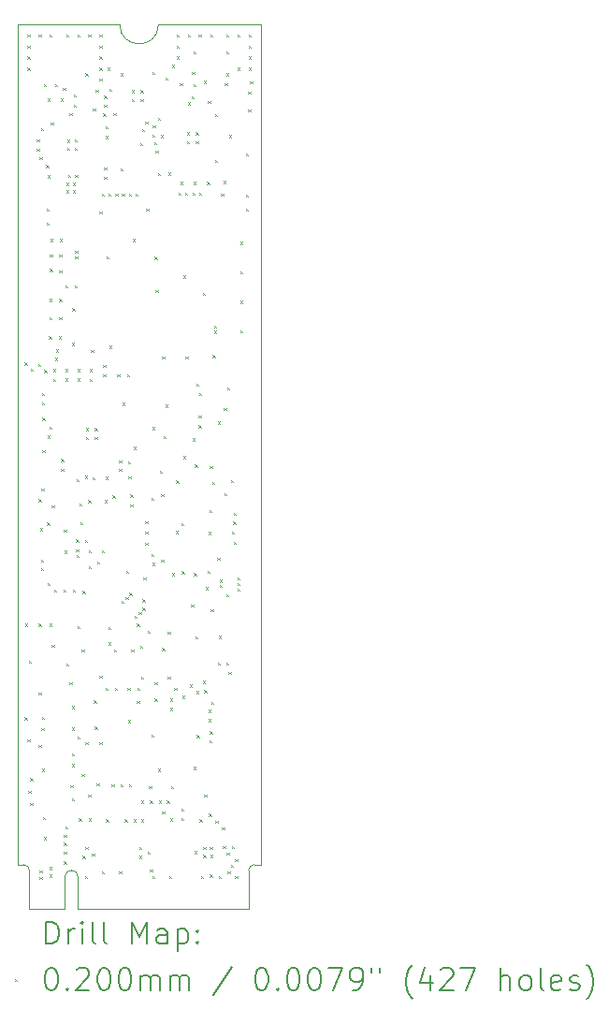
<source format=gbr>
%TF.GenerationSoftware,KiCad,Pcbnew,8.0.6*%
%TF.CreationDate,2024-11-27T08:16:30+01:00*%
%TF.ProjectId,M2SmartHome,4d32536d-6172-4744-986f-6d652e6b6963,rev?*%
%TF.SameCoordinates,Original*%
%TF.FileFunction,Drillmap*%
%TF.FilePolarity,Positive*%
%FSLAX45Y45*%
G04 Gerber Fmt 4.5, Leading zero omitted, Abs format (unit mm)*
G04 Created by KiCad (PCBNEW 8.0.6) date 2024-11-27 08:16:30*
%MOMM*%
%LPD*%
G01*
G04 APERTURE LIST*
%ADD10C,0.050000*%
%ADD11C,0.200000*%
%ADD12C,0.100000*%
G04 APERTURE END LIST*
D10*
X9375000Y-8600000D02*
G75*
G02*
X9025000Y-8600000I-175000J0D01*
G01*
X10300000Y-8600000D02*
X9375000Y-8600000D01*
X8100000Y-8600000D02*
X9025000Y-8600000D01*
X10300000Y-16200000D02*
X10300000Y-8600000D01*
X8100000Y-16200000D02*
X8100000Y-8600000D01*
X8100000Y-16200000D02*
X8157500Y-16200000D01*
X8207500Y-16250000D02*
X8207500Y-16600000D01*
X8207500Y-16600000D02*
X8527500Y-16600000D01*
X8527500Y-16600000D02*
X8527500Y-16310000D01*
X8647500Y-16310000D02*
X8647500Y-16600000D01*
X8647500Y-16600000D02*
X9200000Y-16600000D01*
X9200000Y-16600000D02*
X10192500Y-16600000D01*
X10192500Y-16600000D02*
X10192500Y-16250000D01*
X10242500Y-16200000D02*
X10300000Y-16200000D01*
X8157500Y-16200000D02*
G75*
G02*
X8207500Y-16250000I0J-50000D01*
G01*
X8527500Y-16310000D02*
G75*
G02*
X8647500Y-16310000I60000J0D01*
G01*
X10192500Y-16250000D02*
G75*
G02*
X10242500Y-16200000I50000J0D01*
G01*
D11*
D12*
X8165000Y-11656716D02*
X8185000Y-11676716D01*
X8185000Y-11656716D02*
X8165000Y-11676716D01*
X8165000Y-14865000D02*
X8185000Y-14885000D01*
X8185000Y-14865000D02*
X8165000Y-14885000D01*
X8170000Y-14020000D02*
X8190000Y-14040000D01*
X8190000Y-14020000D02*
X8170000Y-14040000D01*
X8190000Y-8690000D02*
X8210000Y-8710000D01*
X8210000Y-8690000D02*
X8190000Y-8710000D01*
X8190000Y-8790000D02*
X8210000Y-8810000D01*
X8210000Y-8790000D02*
X8190000Y-8810000D01*
X8190000Y-8890000D02*
X8210000Y-8910000D01*
X8210000Y-8890000D02*
X8190000Y-8910000D01*
X8190000Y-8990000D02*
X8210000Y-9010000D01*
X8210000Y-8990000D02*
X8190000Y-9010000D01*
X8190000Y-15065750D02*
X8210000Y-15085750D01*
X8210000Y-15065750D02*
X8190000Y-15085750D01*
X8196500Y-15530750D02*
X8216500Y-15550750D01*
X8216500Y-15530750D02*
X8196500Y-15550750D01*
X8200000Y-14354250D02*
X8220000Y-14374250D01*
X8220000Y-14354250D02*
X8200000Y-14374250D01*
X8215000Y-15415750D02*
X8235000Y-15435750D01*
X8235000Y-15415750D02*
X8215000Y-15435750D01*
X8215000Y-15640750D02*
X8235000Y-15660750D01*
X8235000Y-15640750D02*
X8215000Y-15660750D01*
X8220000Y-11713284D02*
X8240000Y-11733284D01*
X8240000Y-11713284D02*
X8220000Y-11733284D01*
X8275000Y-9640750D02*
X8295000Y-9660750D01*
X8295000Y-9640750D02*
X8275000Y-9660750D01*
X8275000Y-9720750D02*
X8295000Y-9740750D01*
X8295000Y-9720750D02*
X8275000Y-9740750D01*
X8285000Y-11668431D02*
X8305000Y-11688431D01*
X8305000Y-11668431D02*
X8285000Y-11688431D01*
X8290000Y-8690000D02*
X8310000Y-8710000D01*
X8310000Y-8690000D02*
X8290000Y-8710000D01*
X8290000Y-12895000D02*
X8310000Y-12915000D01*
X8310000Y-12895000D02*
X8290000Y-12915000D01*
X8290000Y-14020000D02*
X8310000Y-14040000D01*
X8310000Y-14020000D02*
X8290000Y-14040000D01*
X8290000Y-14640000D02*
X8310000Y-14660000D01*
X8310000Y-14640000D02*
X8290000Y-14660000D01*
X8290000Y-15115750D02*
X8310000Y-15135750D01*
X8310000Y-15115750D02*
X8290000Y-15135750D01*
X8300000Y-9800750D02*
X8320000Y-9820750D01*
X8320000Y-9800750D02*
X8300000Y-9820750D01*
X8300000Y-16250000D02*
X8320000Y-16270000D01*
X8320000Y-16250000D02*
X8300000Y-16270000D01*
X8300000Y-16310000D02*
X8320000Y-16330000D01*
X8320000Y-16310000D02*
X8300000Y-16330000D01*
X8305000Y-13155000D02*
X8325000Y-13175000D01*
X8325000Y-13155000D02*
X8305000Y-13175000D01*
X8310000Y-9535000D02*
X8330000Y-9555000D01*
X8330000Y-9535000D02*
X8310000Y-9555000D01*
X8310000Y-13440000D02*
X8330000Y-13460000D01*
X8330000Y-13440000D02*
X8310000Y-13460000D01*
X8310000Y-13515000D02*
X8330000Y-13535000D01*
X8330000Y-13515000D02*
X8310000Y-13535000D01*
X8315000Y-12795000D02*
X8335000Y-12815000D01*
X8335000Y-12795000D02*
X8315000Y-12815000D01*
X8317750Y-14963000D02*
X8337750Y-14983000D01*
X8337750Y-14963000D02*
X8317750Y-14983000D01*
X8320000Y-11931500D02*
X8340000Y-11951500D01*
X8340000Y-11931500D02*
X8320000Y-11951500D01*
X8320000Y-12018500D02*
X8340000Y-12038500D01*
X8340000Y-12018500D02*
X8320000Y-12038500D01*
X8320000Y-14860750D02*
X8340000Y-14880750D01*
X8340000Y-14860750D02*
X8320000Y-14880750D01*
X8320000Y-15330750D02*
X8340000Y-15350750D01*
X8340000Y-15330750D02*
X8320000Y-15350750D01*
X8325000Y-12156500D02*
X8345000Y-12176500D01*
X8345000Y-12156500D02*
X8325000Y-12176500D01*
X8325000Y-12450000D02*
X8345000Y-12470000D01*
X8345000Y-12450000D02*
X8325000Y-12470000D01*
X8330000Y-15770000D02*
X8350000Y-15790000D01*
X8350000Y-15770000D02*
X8330000Y-15790000D01*
X8340000Y-9140000D02*
X8360000Y-9160000D01*
X8360000Y-9140000D02*
X8340000Y-9160000D01*
X8340000Y-15950000D02*
X8360000Y-15970000D01*
X8360000Y-15950000D02*
X8340000Y-15970000D01*
X8341569Y-11725000D02*
X8361569Y-11745000D01*
X8361569Y-11725000D02*
X8341569Y-11745000D01*
X8360000Y-9870750D02*
X8380000Y-9890750D01*
X8380000Y-9870750D02*
X8360000Y-9890750D01*
X8365000Y-10265000D02*
X8385000Y-10285000D01*
X8385000Y-10265000D02*
X8365000Y-10285000D01*
X8365000Y-10390000D02*
X8385000Y-10410000D01*
X8385000Y-10390000D02*
X8365000Y-10410000D01*
X8367500Y-13105000D02*
X8387500Y-13125000D01*
X8387500Y-13105000D02*
X8367500Y-13125000D01*
X8370000Y-9270750D02*
X8390000Y-9290750D01*
X8390000Y-9270750D02*
X8370000Y-9290750D01*
X8370000Y-13650750D02*
X8390000Y-13670750D01*
X8390000Y-13650750D02*
X8370000Y-13670750D01*
X8371500Y-9965000D02*
X8391500Y-9985000D01*
X8391500Y-9965000D02*
X8371500Y-9985000D01*
X8372000Y-12316750D02*
X8392000Y-12336750D01*
X8392000Y-12316750D02*
X8372000Y-12336750D01*
X8385000Y-11420000D02*
X8405000Y-11440000D01*
X8405000Y-11420000D02*
X8385000Y-11440000D01*
X8390000Y-8690000D02*
X8410000Y-8710000D01*
X8410000Y-8690000D02*
X8390000Y-8710000D01*
X8390000Y-11080750D02*
X8410000Y-11100750D01*
X8410000Y-11080750D02*
X8390000Y-11100750D01*
X8390000Y-11245750D02*
X8410000Y-11265750D01*
X8410000Y-11245750D02*
X8390000Y-11265750D01*
X8390000Y-12235000D02*
X8410000Y-12255000D01*
X8410000Y-12235000D02*
X8390000Y-12255000D01*
X8390000Y-14020000D02*
X8410000Y-14040000D01*
X8410000Y-14020000D02*
X8390000Y-14040000D01*
X8390000Y-16220000D02*
X8410000Y-16240000D01*
X8410000Y-16220000D02*
X8390000Y-16240000D01*
X8390000Y-16290000D02*
X8410000Y-16310000D01*
X8410000Y-16290000D02*
X8390000Y-16310000D01*
X8391500Y-10680750D02*
X8411500Y-10700750D01*
X8411500Y-10680750D02*
X8391500Y-10700750D01*
X8391500Y-10810750D02*
X8411500Y-10830750D01*
X8411500Y-10810750D02*
X8391500Y-10830750D01*
X8395000Y-10540000D02*
X8415000Y-10560000D01*
X8415000Y-10540000D02*
X8395000Y-10560000D01*
X8400000Y-9485250D02*
X8420000Y-9505250D01*
X8420000Y-9485250D02*
X8400000Y-9505250D01*
X8410000Y-12950000D02*
X8430000Y-12970000D01*
X8430000Y-12950000D02*
X8410000Y-12970000D01*
X8410000Y-14210000D02*
X8430000Y-14230000D01*
X8430000Y-14210000D02*
X8410000Y-14230000D01*
X8420000Y-11716750D02*
X8440000Y-11736750D01*
X8440000Y-11716750D02*
X8420000Y-11736750D01*
X8420000Y-11803750D02*
X8440000Y-11823750D01*
X8440000Y-11803750D02*
X8420000Y-11823750D01*
X8430000Y-13710750D02*
X8450000Y-13730750D01*
X8450000Y-13710750D02*
X8430000Y-13730750D01*
X8440000Y-9140000D02*
X8460000Y-9160000D01*
X8460000Y-9140000D02*
X8440000Y-9160000D01*
X8440000Y-11615000D02*
X8460000Y-11635000D01*
X8460000Y-11615000D02*
X8440000Y-11635000D01*
X8445000Y-11540000D02*
X8465000Y-11560000D01*
X8465000Y-11540000D02*
X8445000Y-11560000D01*
X8473500Y-11420750D02*
X8493500Y-11440750D01*
X8493500Y-11420750D02*
X8473500Y-11440750D01*
X8478500Y-10680750D02*
X8498500Y-10700750D01*
X8498500Y-10680750D02*
X8478500Y-10700750D01*
X8478500Y-10825750D02*
X8498500Y-10845750D01*
X8498500Y-10825750D02*
X8478500Y-10845750D01*
X8478500Y-11080750D02*
X8498500Y-11100750D01*
X8498500Y-11080750D02*
X8478500Y-11100750D01*
X8478500Y-11245750D02*
X8498500Y-11265750D01*
X8498500Y-11245750D02*
X8478500Y-11265750D01*
X8483500Y-10540750D02*
X8503500Y-10560750D01*
X8503500Y-10540750D02*
X8483500Y-10560750D01*
X8490000Y-9270750D02*
X8510000Y-9290750D01*
X8510000Y-9270750D02*
X8490000Y-9290750D01*
X8495000Y-12530000D02*
X8515000Y-12550000D01*
X8515000Y-12530000D02*
X8495000Y-12550000D01*
X8495000Y-12618500D02*
X8515000Y-12638500D01*
X8515000Y-12618500D02*
X8495000Y-12638500D01*
X8512373Y-9172627D02*
X8532373Y-9192627D01*
X8532373Y-9172627D02*
X8512373Y-9192627D01*
X8516750Y-13710750D02*
X8536750Y-13730750D01*
X8536750Y-13710750D02*
X8516750Y-13730750D01*
X8520000Y-13170000D02*
X8540000Y-13190000D01*
X8540000Y-13170000D02*
X8520000Y-13190000D01*
X8520000Y-15930750D02*
X8540000Y-15950750D01*
X8540000Y-15930750D02*
X8520000Y-15950750D01*
X8520000Y-16000750D02*
X8540000Y-16020750D01*
X8540000Y-16000750D02*
X8520000Y-16020750D01*
X8520000Y-16080750D02*
X8540000Y-16100750D01*
X8540000Y-16080750D02*
X8520000Y-16100750D01*
X8520000Y-16170000D02*
X8540000Y-16190000D01*
X8540000Y-16170000D02*
X8520000Y-16190000D01*
X8525000Y-13360000D02*
X8545000Y-13380000D01*
X8545000Y-13360000D02*
X8525000Y-13380000D01*
X8530000Y-11716750D02*
X8550000Y-11736750D01*
X8550000Y-11716750D02*
X8530000Y-11736750D01*
X8530000Y-11800750D02*
X8550000Y-11820750D01*
X8550000Y-11800750D02*
X8530000Y-11820750D01*
X8530000Y-15850750D02*
X8550000Y-15870750D01*
X8550000Y-15850750D02*
X8530000Y-15870750D01*
X8531500Y-10960750D02*
X8551500Y-10980750D01*
X8551500Y-10960750D02*
X8531500Y-10980750D01*
X8540000Y-8690000D02*
X8560000Y-8710000D01*
X8560000Y-8690000D02*
X8540000Y-8710000D01*
X8540000Y-10030750D02*
X8560000Y-10050750D01*
X8560000Y-10030750D02*
X8540000Y-10050750D01*
X8540000Y-10100750D02*
X8560000Y-10120750D01*
X8560000Y-10100750D02*
X8540000Y-10120750D01*
X8540000Y-14380000D02*
X8560000Y-14400000D01*
X8560000Y-14380000D02*
X8540000Y-14400000D01*
X8550000Y-9643500D02*
X8570000Y-9663500D01*
X8570000Y-9643500D02*
X8550000Y-9663500D01*
X8550000Y-9715000D02*
X8570000Y-9735000D01*
X8570000Y-9715000D02*
X8550000Y-9735000D01*
X8560000Y-9960750D02*
X8580000Y-9980750D01*
X8580000Y-9960750D02*
X8560000Y-9980750D01*
X8570000Y-9400750D02*
X8590000Y-9420750D01*
X8590000Y-9400750D02*
X8570000Y-9420750D01*
X8570000Y-14550000D02*
X8590000Y-14570000D01*
X8590000Y-14550000D02*
X8570000Y-14570000D01*
X8580000Y-15480750D02*
X8600000Y-15500750D01*
X8600000Y-15480750D02*
X8580000Y-15500750D01*
X8590000Y-14765000D02*
X8610000Y-14785000D01*
X8610000Y-14765000D02*
X8590000Y-14785000D01*
X8590000Y-14960750D02*
X8610000Y-14980750D01*
X8610000Y-14960750D02*
X8590000Y-14980750D01*
X8590000Y-15190750D02*
X8610000Y-15210750D01*
X8610000Y-15190750D02*
X8590000Y-15210750D01*
X8590000Y-15290750D02*
X8610000Y-15310750D01*
X8610000Y-15290750D02*
X8590000Y-15310750D01*
X8590000Y-15600000D02*
X8610000Y-15620000D01*
X8610000Y-15600000D02*
X8590000Y-15620000D01*
X8592500Y-11480000D02*
X8612500Y-11500000D01*
X8612500Y-11480000D02*
X8592500Y-11500000D01*
X8595000Y-11165750D02*
X8615000Y-11185750D01*
X8615000Y-11165750D02*
X8595000Y-11185750D01*
X8600000Y-10030750D02*
X8620000Y-10050750D01*
X8620000Y-10030750D02*
X8600000Y-10050750D01*
X8600000Y-10100750D02*
X8620000Y-10120750D01*
X8620000Y-10100750D02*
X8600000Y-10120750D01*
X8600000Y-13710750D02*
X8620000Y-13730750D01*
X8620000Y-13710750D02*
X8600000Y-13730750D01*
X8610000Y-9230750D02*
X8630000Y-9250750D01*
X8630000Y-9230750D02*
X8610000Y-9250750D01*
X8610000Y-9324250D02*
X8630000Y-9344250D01*
X8630000Y-9324250D02*
X8610000Y-9344250D01*
X8615000Y-9640000D02*
X8635000Y-9660000D01*
X8635000Y-9640000D02*
X8615000Y-9660000D01*
X8615000Y-9715000D02*
X8635000Y-9735000D01*
X8635000Y-9715000D02*
X8615000Y-9735000D01*
X8615000Y-10960750D02*
X8635000Y-10980750D01*
X8635000Y-10960750D02*
X8615000Y-10980750D01*
X8620000Y-9960750D02*
X8640000Y-9980750D01*
X8640000Y-9960750D02*
X8620000Y-9980750D01*
X8620000Y-10645000D02*
X8640000Y-10665000D01*
X8640000Y-10645000D02*
X8620000Y-10665000D01*
X8621500Y-10695750D02*
X8641500Y-10715750D01*
X8641500Y-10695750D02*
X8621500Y-10715750D01*
X8630000Y-13256500D02*
X8650000Y-13276500D01*
X8650000Y-13256500D02*
X8630000Y-13276500D01*
X8630000Y-13344250D02*
X8650000Y-13364250D01*
X8650000Y-13344250D02*
X8630000Y-13364250D01*
X8634000Y-13399750D02*
X8654000Y-13419750D01*
X8654000Y-13399750D02*
X8634000Y-13419750D01*
X8635000Y-12710000D02*
X8655000Y-12730000D01*
X8655000Y-12710000D02*
X8635000Y-12730000D01*
X8640000Y-8690000D02*
X8660000Y-8710000D01*
X8660000Y-8690000D02*
X8640000Y-8710000D01*
X8640000Y-11717250D02*
X8660000Y-11737250D01*
X8660000Y-11717250D02*
X8640000Y-11737250D01*
X8640000Y-11800750D02*
X8660000Y-11820750D01*
X8660000Y-11800750D02*
X8640000Y-11820750D01*
X8640000Y-14040000D02*
X8660000Y-14060000D01*
X8660000Y-14040000D02*
X8640000Y-14060000D01*
X8640000Y-15040750D02*
X8660000Y-15060750D01*
X8660000Y-15040750D02*
X8640000Y-15060750D01*
X8656500Y-15780000D02*
X8676500Y-15800000D01*
X8676500Y-15780000D02*
X8656500Y-15800000D01*
X8660000Y-12930750D02*
X8680000Y-12950750D01*
X8680000Y-12930750D02*
X8660000Y-12950750D01*
X8666250Y-13103750D02*
X8686250Y-13123750D01*
X8686250Y-13103750D02*
X8666250Y-13123750D01*
X8680000Y-14250000D02*
X8700000Y-14270000D01*
X8700000Y-14250000D02*
X8680000Y-14270000D01*
X8680000Y-15380750D02*
X8700000Y-15400750D01*
X8700000Y-15380750D02*
X8680000Y-15400750D01*
X8688000Y-13722750D02*
X8708000Y-13742750D01*
X8708000Y-13722750D02*
X8688000Y-13742750D01*
X8690000Y-16120000D02*
X8710000Y-16140000D01*
X8710000Y-16120000D02*
X8690000Y-16140000D01*
X8710000Y-12680750D02*
X8730000Y-12700750D01*
X8730000Y-12680750D02*
X8710000Y-12700750D01*
X8710000Y-13260000D02*
X8730000Y-13280000D01*
X8730000Y-13260000D02*
X8710000Y-13280000D01*
X8710000Y-16300000D02*
X8730000Y-16320000D01*
X8730000Y-16300000D02*
X8710000Y-16320000D01*
X8715000Y-9040000D02*
X8735000Y-9060000D01*
X8735000Y-9040000D02*
X8715000Y-9060000D01*
X8715000Y-15090750D02*
X8735000Y-15110750D01*
X8735000Y-15090750D02*
X8715000Y-15110750D01*
X8715716Y-16039466D02*
X8735716Y-16059466D01*
X8735716Y-16039466D02*
X8715716Y-16059466D01*
X8720000Y-12250750D02*
X8740000Y-12270750D01*
X8740000Y-12250750D02*
X8720000Y-12270750D01*
X8720000Y-12330750D02*
X8740000Y-12350750D01*
X8740000Y-12330750D02*
X8720000Y-12350750D01*
X8740000Y-8690000D02*
X8760000Y-8710000D01*
X8760000Y-8690000D02*
X8740000Y-8710000D01*
X8740000Y-12900750D02*
X8760000Y-12920750D01*
X8760000Y-12900750D02*
X8740000Y-12920750D01*
X8740000Y-15565000D02*
X8760000Y-15585000D01*
X8760000Y-15565000D02*
X8740000Y-15585000D01*
X8743500Y-15780000D02*
X8763500Y-15800000D01*
X8763500Y-15780000D02*
X8743500Y-15800000D01*
X8745000Y-13355250D02*
X8765000Y-13375250D01*
X8765000Y-13355250D02*
X8745000Y-13375250D01*
X8745000Y-13500000D02*
X8765000Y-13520000D01*
X8765000Y-13500000D02*
X8745000Y-13520000D01*
X8755000Y-11716500D02*
X8775000Y-11736500D01*
X8775000Y-11716500D02*
X8755000Y-11736500D01*
X8755000Y-11803500D02*
X8775000Y-11823500D01*
X8775000Y-11803500D02*
X8755000Y-11823500D01*
X8765000Y-11545000D02*
X8785000Y-11565000D01*
X8785000Y-11545000D02*
X8765000Y-11565000D01*
X8772284Y-16096034D02*
X8792284Y-16116034D01*
X8792284Y-16096034D02*
X8772284Y-16116034D01*
X8780000Y-12694250D02*
X8800000Y-12714250D01*
X8800000Y-12694250D02*
X8780000Y-12714250D01*
X8782000Y-9360000D02*
X8802000Y-9380000D01*
X8802000Y-9360000D02*
X8782000Y-9380000D01*
X8790000Y-14715000D02*
X8810000Y-14735000D01*
X8810000Y-14715000D02*
X8790000Y-14735000D01*
X8800000Y-12250750D02*
X8820000Y-12270750D01*
X8820000Y-12250750D02*
X8800000Y-12270750D01*
X8800000Y-12330750D02*
X8820000Y-12350750D01*
X8820000Y-12330750D02*
X8800000Y-12350750D01*
X8800000Y-14950750D02*
X8820000Y-14970750D01*
X8820000Y-14950750D02*
X8800000Y-14970750D01*
X8807500Y-9190000D02*
X8827500Y-9210000D01*
X8827500Y-9190000D02*
X8807500Y-9210000D01*
X8815000Y-15465000D02*
X8835000Y-15485000D01*
X8835000Y-15465000D02*
X8815000Y-15485000D01*
X8820000Y-13455000D02*
X8840000Y-13475000D01*
X8840000Y-13455000D02*
X8820000Y-13475000D01*
X8840000Y-8690000D02*
X8860000Y-8710000D01*
X8860000Y-8690000D02*
X8840000Y-8710000D01*
X8840000Y-8790000D02*
X8860000Y-8810000D01*
X8860000Y-8790000D02*
X8840000Y-8810000D01*
X8840000Y-8890000D02*
X8860000Y-8910000D01*
X8860000Y-8890000D02*
X8840000Y-8910000D01*
X8840000Y-8990000D02*
X8860000Y-9010000D01*
X8860000Y-8990000D02*
X8840000Y-9010000D01*
X8840000Y-9090000D02*
X8860000Y-9110000D01*
X8860000Y-9090000D02*
X8840000Y-9110000D01*
X8840000Y-10290000D02*
X8860000Y-10310000D01*
X8860000Y-10290000D02*
X8840000Y-10310000D01*
X8840000Y-14490750D02*
X8860000Y-14510750D01*
X8860000Y-14490750D02*
X8840000Y-14510750D01*
X8840000Y-15090000D02*
X8860000Y-15110000D01*
X8860000Y-15090000D02*
X8840000Y-15110000D01*
X8860000Y-10130000D02*
X8880000Y-10150000D01*
X8880000Y-10130000D02*
X8860000Y-10150000D01*
X8860000Y-16260000D02*
X8880000Y-16280000D01*
X8880000Y-16260000D02*
X8860000Y-16280000D01*
X8862000Y-13353750D02*
X8882000Y-13373750D01*
X8882000Y-13353750D02*
X8862000Y-13373750D01*
X8875000Y-11676500D02*
X8895000Y-11696500D01*
X8895000Y-11676500D02*
X8875000Y-11696500D01*
X8875000Y-11763500D02*
X8895000Y-11783500D01*
X8895000Y-11763500D02*
X8875000Y-11783500D01*
X8876500Y-9405000D02*
X8896500Y-9425000D01*
X8896500Y-9405000D02*
X8876500Y-9425000D01*
X8885000Y-9245000D02*
X8905000Y-9265000D01*
X8905000Y-9245000D02*
X8885000Y-9265000D01*
X8885000Y-9325000D02*
X8905000Y-9345000D01*
X8905000Y-9325000D02*
X8885000Y-9345000D01*
X8885000Y-9892250D02*
X8905000Y-9912250D01*
X8905000Y-9892250D02*
X8885000Y-9912250D01*
X8885000Y-9979250D02*
X8905000Y-9999250D01*
X8905000Y-9979250D02*
X8885000Y-9999250D01*
X8890000Y-12900750D02*
X8910000Y-12920750D01*
X8910000Y-12900750D02*
X8890000Y-12920750D01*
X8895000Y-9520000D02*
X8915000Y-9540000D01*
X8915000Y-9520000D02*
X8895000Y-9540000D01*
X8895000Y-9608500D02*
X8915000Y-9628500D01*
X8915000Y-9608500D02*
X8895000Y-9628500D01*
X8896500Y-14600750D02*
X8916500Y-14620750D01*
X8916500Y-14600750D02*
X8896500Y-14620750D01*
X8896500Y-12690750D02*
X8916500Y-12710750D01*
X8916500Y-12690750D02*
X8896500Y-12710750D01*
X8900000Y-15790750D02*
X8920000Y-15810750D01*
X8920000Y-15790750D02*
X8900000Y-15810750D01*
X8905000Y-10695750D02*
X8925000Y-10715750D01*
X8925000Y-10695750D02*
X8905000Y-10715750D01*
X8915000Y-8990000D02*
X8935000Y-9010000D01*
X8935000Y-8990000D02*
X8915000Y-9010000D01*
X8920000Y-10130000D02*
X8940000Y-10150000D01*
X8940000Y-10130000D02*
X8920000Y-10150000D01*
X8920000Y-14050000D02*
X8940000Y-14070000D01*
X8940000Y-14050000D02*
X8920000Y-14070000D01*
X8920000Y-14190000D02*
X8940000Y-14210000D01*
X8940000Y-14190000D02*
X8920000Y-14210000D01*
X8930000Y-9180000D02*
X8950000Y-9200000D01*
X8950000Y-9180000D02*
X8930000Y-9200000D01*
X8930000Y-11505000D02*
X8950000Y-11525000D01*
X8950000Y-11505000D02*
X8930000Y-11525000D01*
X8950000Y-15470750D02*
X8970000Y-15490750D01*
X8970000Y-15470750D02*
X8950000Y-15490750D01*
X8960000Y-12860750D02*
X8980000Y-12880750D01*
X8980000Y-12860750D02*
X8960000Y-12880750D01*
X8968500Y-9400000D02*
X8988500Y-9420000D01*
X8988500Y-9400000D02*
X8968500Y-9420000D01*
X8970000Y-14250750D02*
X8990000Y-14270750D01*
X8990000Y-14250750D02*
X8970000Y-14270750D01*
X8983500Y-14600750D02*
X9003500Y-14620750D01*
X9003500Y-14600750D02*
X8983500Y-14620750D01*
X8985000Y-10130000D02*
X9005000Y-10150000D01*
X9005000Y-10130000D02*
X8985000Y-10150000D01*
X9001500Y-11760750D02*
X9021500Y-11780750D01*
X9021500Y-11760750D02*
X9001500Y-11780750D01*
X9020000Y-12540750D02*
X9040000Y-12560750D01*
X9040000Y-12540750D02*
X9020000Y-12560750D01*
X9020000Y-12620750D02*
X9040000Y-12640750D01*
X9040000Y-12620750D02*
X9020000Y-12640750D01*
X9020000Y-16260000D02*
X9040000Y-16280000D01*
X9040000Y-16260000D02*
X9020000Y-16280000D01*
X9030000Y-9040000D02*
X9050000Y-9060000D01*
X9050000Y-9040000D02*
X9030000Y-9060000D01*
X9030000Y-15470750D02*
X9050000Y-15490750D01*
X9050000Y-15470750D02*
X9030000Y-15490750D01*
X9032500Y-9900000D02*
X9052500Y-9920000D01*
X9052500Y-9900000D02*
X9032500Y-9920000D01*
X9041005Y-13811716D02*
X9061005Y-13831716D01*
X9061005Y-13811716D02*
X9041005Y-13831716D01*
X9045000Y-10130000D02*
X9065000Y-10150000D01*
X9065000Y-10130000D02*
X9045000Y-10150000D01*
X9050000Y-12020750D02*
X9070000Y-12040750D01*
X9070000Y-12020750D02*
X9050000Y-12040750D01*
X9070000Y-15790750D02*
X9090000Y-15810750D01*
X9090000Y-15790750D02*
X9070000Y-15810750D01*
X9078128Y-13778128D02*
X9098128Y-13798128D01*
X9098128Y-13778128D02*
X9078128Y-13798128D01*
X9080000Y-13540000D02*
X9100000Y-13560000D01*
X9100000Y-13540000D02*
X9080000Y-13560000D01*
X9088500Y-11760750D02*
X9108500Y-11780750D01*
X9108500Y-11760750D02*
X9088500Y-11780750D01*
X9096500Y-14600750D02*
X9116500Y-14620750D01*
X9116500Y-14600750D02*
X9096500Y-14620750D01*
X9100000Y-12550750D02*
X9120000Y-12570750D01*
X9120000Y-12550750D02*
X9100000Y-12570750D01*
X9100000Y-14890750D02*
X9120000Y-14910750D01*
X9120000Y-14890750D02*
X9100000Y-14910750D01*
X9105000Y-12685750D02*
X9125000Y-12705750D01*
X9125000Y-12685750D02*
X9105000Y-12705750D01*
X9110000Y-10130000D02*
X9130000Y-10150000D01*
X9130000Y-10130000D02*
X9110000Y-10150000D01*
X9110000Y-15470750D02*
X9130000Y-15490750D01*
X9130000Y-15470750D02*
X9110000Y-15490750D01*
X9111716Y-13741005D02*
X9131716Y-13761005D01*
X9131716Y-13741005D02*
X9111716Y-13761005D01*
X9120000Y-12850750D02*
X9140000Y-12870750D01*
X9140000Y-12850750D02*
X9120000Y-12870750D01*
X9120000Y-12940750D02*
X9140000Y-12960750D01*
X9140000Y-12940750D02*
X9120000Y-12960750D01*
X9130000Y-14250000D02*
X9150000Y-14270000D01*
X9150000Y-14250000D02*
X9130000Y-14270000D01*
X9135000Y-9195000D02*
X9155000Y-9215000D01*
X9155000Y-9195000D02*
X9135000Y-9215000D01*
X9135000Y-9275000D02*
X9155000Y-9295000D01*
X9155000Y-9275000D02*
X9135000Y-9295000D01*
X9140000Y-10540000D02*
X9160000Y-10560000D01*
X9160000Y-10540000D02*
X9140000Y-10560000D01*
X9150000Y-12420750D02*
X9170000Y-12440750D01*
X9170000Y-12420750D02*
X9150000Y-12440750D01*
X9150000Y-15790750D02*
X9170000Y-15810750D01*
X9170000Y-15790750D02*
X9150000Y-15810750D01*
X9161213Y-13946066D02*
X9181213Y-13966066D01*
X9181213Y-13946066D02*
X9161213Y-13966066D01*
X9170000Y-10130000D02*
X9190000Y-10150000D01*
X9190000Y-10130000D02*
X9170000Y-10150000D01*
X9180000Y-14020000D02*
X9200000Y-14040000D01*
X9200000Y-14020000D02*
X9180000Y-14040000D01*
X9180000Y-14717250D02*
X9200000Y-14737250D01*
X9200000Y-14717250D02*
X9180000Y-14737250D01*
X9183500Y-14600750D02*
X9203500Y-14620750D01*
X9203500Y-14600750D02*
X9183500Y-14620750D01*
X9198336Y-13912478D02*
X9218336Y-13932478D01*
X9218336Y-13912478D02*
X9198336Y-13932478D01*
X9200000Y-16040750D02*
X9220000Y-16060750D01*
X9220000Y-16040750D02*
X9200000Y-16060750D01*
X9200000Y-16120750D02*
X9220000Y-16140750D01*
X9220000Y-16120750D02*
X9200000Y-16140750D01*
X9207500Y-9670000D02*
X9227500Y-9690000D01*
X9227500Y-9670000D02*
X9207500Y-9690000D01*
X9210000Y-14220750D02*
X9230000Y-14240750D01*
X9230000Y-14220750D02*
X9210000Y-14240750D01*
X9215000Y-9195000D02*
X9235000Y-9215000D01*
X9235000Y-9195000D02*
X9215000Y-9215000D01*
X9215000Y-9275000D02*
X9235000Y-9295000D01*
X9235000Y-9275000D02*
X9215000Y-9295000D01*
X9220000Y-14500750D02*
X9240000Y-14520750D01*
X9240000Y-14500750D02*
X9220000Y-14520750D01*
X9220000Y-15620000D02*
X9240000Y-15640000D01*
X9240000Y-15620000D02*
X9220000Y-15640000D01*
X9220000Y-15790750D02*
X9240000Y-15810750D01*
X9240000Y-15790750D02*
X9220000Y-15810750D01*
X9225000Y-9545000D02*
X9245000Y-9565000D01*
X9245000Y-9545000D02*
X9225000Y-9565000D01*
X9230000Y-13800000D02*
X9250000Y-13820000D01*
X9250000Y-13800000D02*
X9230000Y-13820000D01*
X9231924Y-13875355D02*
X9251924Y-13895355D01*
X9251924Y-13875355D02*
X9231924Y-13895355D01*
X9240000Y-13600000D02*
X9260000Y-13620000D01*
X9260000Y-13600000D02*
X9240000Y-13620000D01*
X9255000Y-9475000D02*
X9275000Y-9495000D01*
X9275000Y-9475000D02*
X9255000Y-9495000D01*
X9255000Y-13093250D02*
X9275000Y-13113250D01*
X9275000Y-13093250D02*
X9255000Y-13113250D01*
X9255000Y-13188250D02*
X9275000Y-13208250D01*
X9275000Y-13188250D02*
X9255000Y-13208250D01*
X9255000Y-13288250D02*
X9275000Y-13308250D01*
X9275000Y-13288250D02*
X9255000Y-13308250D01*
X9265000Y-10265000D02*
X9285000Y-10285000D01*
X9285000Y-10265000D02*
X9265000Y-10285000D01*
X9280000Y-14080750D02*
X9300000Y-14100750D01*
X9300000Y-14080750D02*
X9280000Y-14100750D01*
X9280000Y-16080750D02*
X9300000Y-16100750D01*
X9300000Y-16080750D02*
X9280000Y-16100750D01*
X9290000Y-15490000D02*
X9310000Y-15510000D01*
X9310000Y-15490000D02*
X9290000Y-15510000D01*
X9300000Y-15620000D02*
X9320000Y-15640000D01*
X9320000Y-15620000D02*
X9300000Y-15640000D01*
X9300000Y-16240000D02*
X9320000Y-16260000D01*
X9320000Y-16240000D02*
X9300000Y-16260000D01*
X9310000Y-12880750D02*
X9330000Y-12900750D01*
X9330000Y-12880750D02*
X9310000Y-12900750D01*
X9310000Y-13388250D02*
X9330000Y-13408250D01*
X9330000Y-13388250D02*
X9310000Y-13408250D01*
X9310000Y-15020750D02*
X9330000Y-15040750D01*
X9330000Y-15020750D02*
X9310000Y-15040750D01*
X9320000Y-9030000D02*
X9340000Y-9050000D01*
X9340000Y-9030000D02*
X9320000Y-9050000D01*
X9320000Y-9595000D02*
X9340000Y-9615000D01*
X9340000Y-9595000D02*
X9320000Y-9615000D01*
X9320000Y-12240750D02*
X9340000Y-12260750D01*
X9340000Y-12240750D02*
X9320000Y-12260750D01*
X9320000Y-13470750D02*
X9340000Y-13490750D01*
X9340000Y-13470750D02*
X9320000Y-13490750D01*
X9320000Y-16300000D02*
X9340000Y-16320000D01*
X9340000Y-16300000D02*
X9320000Y-16320000D01*
X9325000Y-9509250D02*
X9345000Y-9529250D01*
X9345000Y-9509250D02*
X9325000Y-9529250D01*
X9335000Y-9665000D02*
X9355000Y-9685000D01*
X9355000Y-9665000D02*
X9335000Y-9685000D01*
X9340000Y-10700000D02*
X9360000Y-10720000D01*
X9360000Y-10700000D02*
X9340000Y-10720000D01*
X9340000Y-14550750D02*
X9360000Y-14570750D01*
X9360000Y-14550750D02*
X9340000Y-14570750D01*
X9340000Y-14698250D02*
X9360000Y-14718250D01*
X9360000Y-14698250D02*
X9340000Y-14718250D01*
X9350000Y-9741500D02*
X9370000Y-9761500D01*
X9370000Y-9741500D02*
X9350000Y-9761500D01*
X9350000Y-11000000D02*
X9370000Y-11020000D01*
X9370000Y-11000000D02*
X9350000Y-11020000D01*
X9370000Y-9442500D02*
X9390000Y-9462500D01*
X9390000Y-9442500D02*
X9370000Y-9462500D01*
X9370000Y-15330750D02*
X9390000Y-15350750D01*
X9390000Y-15330750D02*
X9370000Y-15350750D01*
X9371250Y-9945000D02*
X9391250Y-9965000D01*
X9391250Y-9945000D02*
X9371250Y-9965000D01*
X9380000Y-15620000D02*
X9400000Y-15640000D01*
X9400000Y-15620000D02*
X9380000Y-15640000D01*
X9390000Y-12634750D02*
X9410000Y-12654750D01*
X9410000Y-12634750D02*
X9390000Y-12654750D01*
X9395000Y-9600000D02*
X9415000Y-9620000D01*
X9415000Y-9600000D02*
X9395000Y-9620000D01*
X9400000Y-12847250D02*
X9420000Y-12867250D01*
X9420000Y-12847250D02*
X9400000Y-12867250D01*
X9400000Y-13440750D02*
X9420000Y-13460750D01*
X9420000Y-13440750D02*
X9400000Y-13460750D01*
X9410000Y-11600750D02*
X9430000Y-11620750D01*
X9430000Y-11600750D02*
X9410000Y-11620750D01*
X9410000Y-14240750D02*
X9430000Y-14260750D01*
X9430000Y-14240750D02*
X9410000Y-14260750D01*
X9410000Y-15720000D02*
X9430000Y-15740000D01*
X9430000Y-15720000D02*
X9410000Y-15740000D01*
X9420000Y-12320750D02*
X9440000Y-12340750D01*
X9440000Y-12320750D02*
X9420000Y-12340750D01*
X9440000Y-9078500D02*
X9460000Y-9098500D01*
X9460000Y-9078500D02*
X9440000Y-9098500D01*
X9440000Y-12037250D02*
X9460000Y-12057250D01*
X9460000Y-12037250D02*
X9440000Y-12057250D01*
X9450000Y-15620000D02*
X9470000Y-15640000D01*
X9470000Y-15620000D02*
X9450000Y-15640000D01*
X9459241Y-14094241D02*
X9479241Y-14114241D01*
X9479241Y-14094241D02*
X9459241Y-14114241D01*
X9460000Y-14500750D02*
X9480000Y-14520750D01*
X9480000Y-14500750D02*
X9460000Y-14520750D01*
X9465000Y-9940000D02*
X9485000Y-9960000D01*
X9485000Y-9940000D02*
X9465000Y-9960000D01*
X9470000Y-16300000D02*
X9490000Y-16320000D01*
X9490000Y-16300000D02*
X9470000Y-16320000D01*
X9480000Y-14697250D02*
X9500000Y-14717250D01*
X9500000Y-14697250D02*
X9480000Y-14717250D01*
X9480000Y-14780750D02*
X9500000Y-14800750D01*
X9500000Y-14780750D02*
X9480000Y-14800750D01*
X9480000Y-15780000D02*
X9500000Y-15800000D01*
X9500000Y-15780000D02*
X9480000Y-15800000D01*
X9490000Y-15490000D02*
X9510000Y-15510000D01*
X9510000Y-15490000D02*
X9490000Y-15510000D01*
X9495000Y-13562250D02*
X9515000Y-13582250D01*
X9515000Y-13562250D02*
X9495000Y-13582250D01*
X9500000Y-8966500D02*
X9520000Y-8986500D01*
X9520000Y-8966500D02*
X9500000Y-8986500D01*
X9520000Y-14600750D02*
X9540000Y-14620750D01*
X9540000Y-14600750D02*
X9520000Y-14620750D01*
X9530000Y-13180750D02*
X9550000Y-13200750D01*
X9550000Y-13180750D02*
X9530000Y-13200750D01*
X9535000Y-12725750D02*
X9555000Y-12745750D01*
X9555000Y-12725750D02*
X9535000Y-12745750D01*
X9540000Y-8690000D02*
X9560000Y-8710000D01*
X9560000Y-8690000D02*
X9540000Y-8710000D01*
X9540000Y-8790000D02*
X9560000Y-8810000D01*
X9560000Y-8790000D02*
X9540000Y-8810000D01*
X9540000Y-8890000D02*
X9560000Y-8910000D01*
X9560000Y-8890000D02*
X9540000Y-8910000D01*
X9554750Y-10120000D02*
X9574750Y-10140000D01*
X9574750Y-10120000D02*
X9554750Y-10140000D01*
X9569625Y-9130375D02*
X9589625Y-9150375D01*
X9589625Y-9130375D02*
X9569625Y-9150375D01*
X9574750Y-10025000D02*
X9594750Y-10045000D01*
X9594750Y-10025000D02*
X9574750Y-10045000D01*
X9580000Y-13110750D02*
X9600000Y-13130750D01*
X9600000Y-13110750D02*
X9580000Y-13130750D01*
X9580000Y-15690000D02*
X9600000Y-15710000D01*
X9600000Y-15690000D02*
X9580000Y-15710000D01*
X9580000Y-15774250D02*
X9600000Y-15794250D01*
X9600000Y-15774250D02*
X9580000Y-15794250D01*
X9585000Y-13545750D02*
X9605000Y-13565750D01*
X9605000Y-13545750D02*
X9585000Y-13565750D01*
X9590000Y-14670750D02*
X9610000Y-14690750D01*
X9610000Y-14670750D02*
X9590000Y-14690750D01*
X9600000Y-10870000D02*
X9620000Y-10890000D01*
X9620000Y-10870000D02*
X9600000Y-10890000D01*
X9600500Y-12504750D02*
X9620500Y-12524750D01*
X9620500Y-12504750D02*
X9600500Y-12524750D01*
X9614750Y-10120000D02*
X9634750Y-10140000D01*
X9634750Y-10120000D02*
X9614750Y-10140000D01*
X9620000Y-11600750D02*
X9640000Y-11620750D01*
X9640000Y-11600750D02*
X9620000Y-11620750D01*
X9634750Y-9575000D02*
X9654750Y-9595000D01*
X9654750Y-9575000D02*
X9634750Y-9595000D01*
X9634750Y-9655000D02*
X9654750Y-9675000D01*
X9654750Y-9655000D02*
X9634750Y-9675000D01*
X9640000Y-8690000D02*
X9660000Y-8710000D01*
X9660000Y-8690000D02*
X9640000Y-8710000D01*
X9640000Y-9305000D02*
X9660000Y-9325000D01*
X9660000Y-9305000D02*
X9640000Y-9325000D01*
X9660000Y-14570750D02*
X9680000Y-14590750D01*
X9680000Y-14570750D02*
X9660000Y-14590750D01*
X9670555Y-13846811D02*
X9690555Y-13866811D01*
X9690555Y-13846811D02*
X9670555Y-13866811D01*
X9677373Y-9247373D02*
X9697373Y-9267373D01*
X9697373Y-9247373D02*
X9677373Y-9267373D01*
X9680000Y-9026250D02*
X9700000Y-9046250D01*
X9700000Y-9026250D02*
X9680000Y-9046250D01*
X9684750Y-10120000D02*
X9704750Y-10140000D01*
X9704750Y-10120000D02*
X9684750Y-10140000D01*
X9685000Y-12342910D02*
X9705000Y-12362910D01*
X9705000Y-12342910D02*
X9685000Y-12362910D01*
X9690000Y-8840000D02*
X9710000Y-8860000D01*
X9710000Y-8840000D02*
X9690000Y-8860000D01*
X9690000Y-9140000D02*
X9710000Y-9160000D01*
X9710000Y-9140000D02*
X9690000Y-9160000D01*
X9690000Y-15315000D02*
X9710000Y-15335000D01*
X9710000Y-15315000D02*
X9690000Y-15335000D01*
X9694750Y-10023500D02*
X9714750Y-10043500D01*
X9714750Y-10023500D02*
X9694750Y-10043500D01*
X9695000Y-13562250D02*
X9715000Y-13582250D01*
X9715000Y-13562250D02*
X9695000Y-13582250D01*
X9700000Y-16077250D02*
X9720000Y-16097250D01*
X9720000Y-16077250D02*
X9700000Y-16097250D01*
X9705500Y-12579750D02*
X9725500Y-12599750D01*
X9725500Y-12579750D02*
X9705500Y-12599750D01*
X9709445Y-14133189D02*
X9729445Y-14153189D01*
X9729445Y-14133189D02*
X9709445Y-14153189D01*
X9714750Y-9575000D02*
X9734750Y-9595000D01*
X9734750Y-9575000D02*
X9714750Y-9595000D01*
X9714750Y-9655000D02*
X9734750Y-9675000D01*
X9734750Y-9655000D02*
X9714750Y-9675000D01*
X9716500Y-11845750D02*
X9736500Y-11865750D01*
X9736500Y-11845750D02*
X9716500Y-11865750D01*
X9720000Y-14630750D02*
X9740000Y-14650750D01*
X9740000Y-14630750D02*
X9720000Y-14650750D01*
X9721000Y-15027000D02*
X9741000Y-15047000D01*
X9741000Y-15027000D02*
X9721000Y-15047000D01*
X9740000Y-8690000D02*
X9760000Y-8710000D01*
X9760000Y-8690000D02*
X9740000Y-8710000D01*
X9740000Y-12137250D02*
X9760000Y-12157250D01*
X9760000Y-12137250D02*
X9740000Y-12157250D01*
X9740000Y-12224250D02*
X9760000Y-12244250D01*
X9760000Y-12224250D02*
X9740000Y-12244250D01*
X9744750Y-10120000D02*
X9764750Y-10140000D01*
X9764750Y-10120000D02*
X9744750Y-10140000D01*
X9745000Y-11932250D02*
X9765000Y-11952250D01*
X9765000Y-11932250D02*
X9745000Y-11952250D01*
X9746500Y-15790000D02*
X9766500Y-15810000D01*
X9766500Y-15790000D02*
X9746500Y-15810000D01*
X9760000Y-16300000D02*
X9780000Y-16320000D01*
X9780000Y-16300000D02*
X9760000Y-16320000D01*
X9775000Y-11025000D02*
X9795000Y-11045000D01*
X9795000Y-11025000D02*
X9775000Y-11045000D01*
X9777500Y-14535750D02*
X9797500Y-14555750D01*
X9797500Y-14535750D02*
X9777500Y-14555750D01*
X9780000Y-16040750D02*
X9800000Y-16060750D01*
X9800000Y-16040750D02*
X9780000Y-16060750D01*
X9780000Y-16110000D02*
X9800000Y-16130000D01*
X9800000Y-16110000D02*
X9780000Y-16130000D01*
X9783000Y-9110000D02*
X9803000Y-9130000D01*
X9803000Y-9110000D02*
X9783000Y-9130000D01*
X9790000Y-14621000D02*
X9810000Y-14641000D01*
X9810000Y-14621000D02*
X9790000Y-14641000D01*
X9790000Y-15565000D02*
X9810000Y-15585000D01*
X9810000Y-15565000D02*
X9790000Y-15585000D01*
X9800000Y-13690750D02*
X9820000Y-13710750D01*
X9820000Y-13690750D02*
X9800000Y-13710750D01*
X9814750Y-10023500D02*
X9834750Y-10043500D01*
X9834750Y-10023500D02*
X9814750Y-10043500D01*
X9821500Y-13542250D02*
X9841500Y-13562250D01*
X9841500Y-13542250D02*
X9821500Y-13562250D01*
X9825000Y-9290000D02*
X9845000Y-9310000D01*
X9845000Y-9290000D02*
X9825000Y-9310000D01*
X9830000Y-13190750D02*
X9850000Y-13210750D01*
X9850000Y-13190750D02*
X9830000Y-13210750D01*
X9830000Y-14797250D02*
X9850000Y-14817250D01*
X9850000Y-14797250D02*
X9830000Y-14817250D01*
X9830000Y-14884250D02*
X9850000Y-14904250D01*
X9850000Y-14884250D02*
X9830000Y-14904250D01*
X9833500Y-15740000D02*
X9853500Y-15760000D01*
X9853500Y-15740000D02*
X9833500Y-15760000D01*
X9835000Y-12991750D02*
X9855000Y-13011750D01*
X9855000Y-12991750D02*
X9835000Y-13011750D01*
X9838000Y-15072000D02*
X9858000Y-15092000D01*
X9858000Y-15072000D02*
X9838000Y-15092000D01*
X9840000Y-12591750D02*
X9860000Y-12611750D01*
X9860000Y-12591750D02*
X9840000Y-12611750D01*
X9840000Y-16040000D02*
X9860000Y-16060000D01*
X9860000Y-16040000D02*
X9840000Y-16060000D01*
X9840000Y-16290000D02*
X9860000Y-16310000D01*
X9860000Y-16290000D02*
X9840000Y-16310000D01*
X9841000Y-14994000D02*
X9861000Y-15014000D01*
X9861000Y-14994000D02*
X9841000Y-15014000D01*
X9845000Y-8692500D02*
X9865000Y-8712500D01*
X9865000Y-8692500D02*
X9845000Y-8712500D01*
X9845000Y-16110000D02*
X9865000Y-16130000D01*
X9865000Y-16110000D02*
X9845000Y-16130000D01*
X9850000Y-13890750D02*
X9870000Y-13910750D01*
X9870000Y-13890750D02*
X9850000Y-13910750D01*
X9851000Y-14728000D02*
X9871000Y-14748000D01*
X9871000Y-14728000D02*
X9851000Y-14748000D01*
X9860000Y-12738250D02*
X9880000Y-12758250D01*
X9880000Y-12738250D02*
X9860000Y-12758250D01*
X9865000Y-11590000D02*
X9885000Y-11610000D01*
X9885000Y-11590000D02*
X9865000Y-11610000D01*
X9880000Y-11320750D02*
X9900000Y-11340750D01*
X9900000Y-11320750D02*
X9880000Y-11340750D01*
X9880000Y-11370750D02*
X9900000Y-11390750D01*
X9900000Y-11370750D02*
X9880000Y-11390750D01*
X9884750Y-9410000D02*
X9904750Y-9430000D01*
X9904750Y-9410000D02*
X9884750Y-9430000D01*
X9884750Y-9825000D02*
X9904750Y-9845000D01*
X9904750Y-9825000D02*
X9884750Y-9845000D01*
X9890000Y-15800000D02*
X9910000Y-15820000D01*
X9910000Y-15800000D02*
X9890000Y-15820000D01*
X9908500Y-13422250D02*
X9928500Y-13442250D01*
X9928500Y-13422250D02*
X9908500Y-13442250D01*
X9910000Y-14370750D02*
X9930000Y-14390750D01*
X9930000Y-14370750D02*
X9910000Y-14390750D01*
X9915000Y-12190000D02*
X9935000Y-12210000D01*
X9935000Y-12190000D02*
X9915000Y-12210000D01*
X9920000Y-16300000D02*
X9940000Y-16320000D01*
X9940000Y-16300000D02*
X9920000Y-16320000D01*
X9920759Y-14129991D02*
X9940759Y-14149991D01*
X9940759Y-14129991D02*
X9920759Y-14149991D01*
X9927500Y-13670750D02*
X9947500Y-13690750D01*
X9947500Y-13670750D02*
X9927500Y-13690750D01*
X9930000Y-13620750D02*
X9950000Y-13640750D01*
X9950000Y-13620750D02*
X9930000Y-13640750D01*
X9941500Y-10130000D02*
X9961500Y-10150000D01*
X9961500Y-10130000D02*
X9941500Y-10150000D01*
X9950000Y-15860750D02*
X9970000Y-15880750D01*
X9970000Y-15860750D02*
X9950000Y-15880750D01*
X9960000Y-16030750D02*
X9980000Y-16050750D01*
X9980000Y-16030750D02*
X9960000Y-16050750D01*
X9965000Y-10015000D02*
X9985000Y-10035000D01*
X9985000Y-10015000D02*
X9965000Y-10035000D01*
X9966020Y-12068590D02*
X9986020Y-12088590D01*
X9986020Y-12068590D02*
X9966020Y-12088590D01*
X9970000Y-12840750D02*
X9990000Y-12860750D01*
X9990000Y-12840750D02*
X9970000Y-12860750D01*
X9975000Y-9131500D02*
X9995000Y-9151500D01*
X9995000Y-9131500D02*
X9975000Y-9151500D01*
X9990000Y-8690000D02*
X10010000Y-8710000D01*
X10010000Y-8690000D02*
X9990000Y-8710000D01*
X9990000Y-8840000D02*
X10010000Y-8860000D01*
X10010000Y-8840000D02*
X9990000Y-8860000D01*
X9990000Y-9040000D02*
X10010000Y-9060000D01*
X10010000Y-9040000D02*
X9990000Y-9060000D01*
X9990000Y-13750750D02*
X10010000Y-13770750D01*
X10010000Y-13750750D02*
X9990000Y-13770750D01*
X9990000Y-14370750D02*
X10010000Y-14390750D01*
X10010000Y-14370750D02*
X9990000Y-14390750D01*
X9992500Y-16090750D02*
X10012500Y-16110750D01*
X10012500Y-16090750D02*
X9992500Y-16110750D01*
X9998500Y-11880750D02*
X10018500Y-11900750D01*
X10018500Y-11880750D02*
X9998500Y-11900750D01*
X10000000Y-16260000D02*
X10020000Y-16280000D01*
X10020000Y-16260000D02*
X10000000Y-16280000D01*
X10010000Y-14455000D02*
X10030000Y-14475000D01*
X10030000Y-14455000D02*
X10010000Y-14475000D01*
X10012500Y-9600000D02*
X10032500Y-9620000D01*
X10032500Y-9600000D02*
X10012500Y-9620000D01*
X10030000Y-12720750D02*
X10050000Y-12740750D01*
X10050000Y-12720750D02*
X10030000Y-12740750D01*
X10030000Y-16200750D02*
X10050000Y-16220750D01*
X10050000Y-16200750D02*
X10030000Y-16220750D01*
X10040000Y-13188250D02*
X10060000Y-13208250D01*
X10060000Y-13188250D02*
X10040000Y-13208250D01*
X10040000Y-16030750D02*
X10060000Y-16050750D01*
X10060000Y-16030750D02*
X10040000Y-16050750D01*
X10052500Y-13098250D02*
X10072500Y-13118250D01*
X10072500Y-13098250D02*
X10052500Y-13118250D01*
X10055000Y-13018250D02*
X10075000Y-13038250D01*
X10075000Y-13018250D02*
X10055000Y-13038250D01*
X10055000Y-13280750D02*
X10075000Y-13300750D01*
X10075000Y-13280750D02*
X10055000Y-13300750D01*
X10070000Y-16150000D02*
X10090000Y-16170000D01*
X10090000Y-16150000D02*
X10070000Y-16170000D01*
X10070000Y-16300000D02*
X10090000Y-16320000D01*
X10090000Y-16300000D02*
X10070000Y-16320000D01*
X10090000Y-8690000D02*
X10110000Y-8710000D01*
X10110000Y-8690000D02*
X10090000Y-8710000D01*
X10090000Y-8990000D02*
X10110000Y-9010000D01*
X10110000Y-8990000D02*
X10090000Y-9010000D01*
X10090000Y-13600750D02*
X10110000Y-13620750D01*
X10110000Y-13600750D02*
X10090000Y-13620750D01*
X10090000Y-13700750D02*
X10110000Y-13720750D01*
X10110000Y-13700750D02*
X10090000Y-13720750D01*
X10092500Y-13650750D02*
X10112500Y-13670750D01*
X10112500Y-13650750D02*
X10092500Y-13670750D01*
X10115000Y-10565000D02*
X10135000Y-10585000D01*
X10135000Y-10565000D02*
X10115000Y-10585000D01*
X10115000Y-10831667D02*
X10135000Y-10851667D01*
X10135000Y-10831667D02*
X10115000Y-10851667D01*
X10115000Y-11098333D02*
X10135000Y-11118333D01*
X10135000Y-11098333D02*
X10115000Y-11118333D01*
X10115000Y-11365000D02*
X10135000Y-11385000D01*
X10135000Y-11365000D02*
X10115000Y-11385000D01*
X10165000Y-9765000D02*
X10185000Y-9785000D01*
X10185000Y-9765000D02*
X10165000Y-9785000D01*
X10165000Y-10140000D02*
X10185000Y-10160000D01*
X10185000Y-10140000D02*
X10165000Y-10160000D01*
X10165000Y-10265000D02*
X10185000Y-10285000D01*
X10185000Y-10265000D02*
X10165000Y-10285000D01*
X10187500Y-9370000D02*
X10207500Y-9390000D01*
X10207500Y-9370000D02*
X10187500Y-9390000D01*
X10188250Y-9204250D02*
X10208250Y-9224250D01*
X10208250Y-9204250D02*
X10188250Y-9224250D01*
X10190000Y-8690000D02*
X10210000Y-8710000D01*
X10210000Y-8690000D02*
X10190000Y-8710000D01*
X10190000Y-8790000D02*
X10210000Y-8810000D01*
X10210000Y-8790000D02*
X10190000Y-8810000D01*
X10190000Y-8890000D02*
X10210000Y-8910000D01*
X10210000Y-8890000D02*
X10190000Y-8910000D01*
X10190000Y-8990000D02*
X10210000Y-9010000D01*
X10210000Y-8990000D02*
X10190000Y-9010000D01*
X10205000Y-9115000D02*
X10225000Y-9135000D01*
X10225000Y-9115000D02*
X10205000Y-9135000D01*
D11*
X8358277Y-16913984D02*
X8358277Y-16713984D01*
X8358277Y-16713984D02*
X8405896Y-16713984D01*
X8405896Y-16713984D02*
X8434467Y-16723508D01*
X8434467Y-16723508D02*
X8453515Y-16742555D01*
X8453515Y-16742555D02*
X8463039Y-16761603D01*
X8463039Y-16761603D02*
X8472563Y-16799698D01*
X8472563Y-16799698D02*
X8472563Y-16828270D01*
X8472563Y-16828270D02*
X8463039Y-16866365D01*
X8463039Y-16866365D02*
X8453515Y-16885412D01*
X8453515Y-16885412D02*
X8434467Y-16904460D01*
X8434467Y-16904460D02*
X8405896Y-16913984D01*
X8405896Y-16913984D02*
X8358277Y-16913984D01*
X8558277Y-16913984D02*
X8558277Y-16780650D01*
X8558277Y-16818746D02*
X8567801Y-16799698D01*
X8567801Y-16799698D02*
X8577324Y-16790174D01*
X8577324Y-16790174D02*
X8596372Y-16780650D01*
X8596372Y-16780650D02*
X8615420Y-16780650D01*
X8682086Y-16913984D02*
X8682086Y-16780650D01*
X8682086Y-16713984D02*
X8672563Y-16723508D01*
X8672563Y-16723508D02*
X8682086Y-16733031D01*
X8682086Y-16733031D02*
X8691610Y-16723508D01*
X8691610Y-16723508D02*
X8682086Y-16713984D01*
X8682086Y-16713984D02*
X8682086Y-16733031D01*
X8805896Y-16913984D02*
X8786848Y-16904460D01*
X8786848Y-16904460D02*
X8777324Y-16885412D01*
X8777324Y-16885412D02*
X8777324Y-16713984D01*
X8910658Y-16913984D02*
X8891610Y-16904460D01*
X8891610Y-16904460D02*
X8882086Y-16885412D01*
X8882086Y-16885412D02*
X8882086Y-16713984D01*
X9139229Y-16913984D02*
X9139229Y-16713984D01*
X9139229Y-16713984D02*
X9205896Y-16856841D01*
X9205896Y-16856841D02*
X9272563Y-16713984D01*
X9272563Y-16713984D02*
X9272563Y-16913984D01*
X9453515Y-16913984D02*
X9453515Y-16809222D01*
X9453515Y-16809222D02*
X9443991Y-16790174D01*
X9443991Y-16790174D02*
X9424944Y-16780650D01*
X9424944Y-16780650D02*
X9386848Y-16780650D01*
X9386848Y-16780650D02*
X9367801Y-16790174D01*
X9453515Y-16904460D02*
X9434467Y-16913984D01*
X9434467Y-16913984D02*
X9386848Y-16913984D01*
X9386848Y-16913984D02*
X9367801Y-16904460D01*
X9367801Y-16904460D02*
X9358277Y-16885412D01*
X9358277Y-16885412D02*
X9358277Y-16866365D01*
X9358277Y-16866365D02*
X9367801Y-16847317D01*
X9367801Y-16847317D02*
X9386848Y-16837793D01*
X9386848Y-16837793D02*
X9434467Y-16837793D01*
X9434467Y-16837793D02*
X9453515Y-16828270D01*
X9548753Y-16780650D02*
X9548753Y-16980650D01*
X9548753Y-16790174D02*
X9567801Y-16780650D01*
X9567801Y-16780650D02*
X9605896Y-16780650D01*
X9605896Y-16780650D02*
X9624944Y-16790174D01*
X9624944Y-16790174D02*
X9634467Y-16799698D01*
X9634467Y-16799698D02*
X9643991Y-16818746D01*
X9643991Y-16818746D02*
X9643991Y-16875889D01*
X9643991Y-16875889D02*
X9634467Y-16894936D01*
X9634467Y-16894936D02*
X9624944Y-16904460D01*
X9624944Y-16904460D02*
X9605896Y-16913984D01*
X9605896Y-16913984D02*
X9567801Y-16913984D01*
X9567801Y-16913984D02*
X9548753Y-16904460D01*
X9729705Y-16894936D02*
X9739229Y-16904460D01*
X9739229Y-16904460D02*
X9729705Y-16913984D01*
X9729705Y-16913984D02*
X9720182Y-16904460D01*
X9720182Y-16904460D02*
X9729705Y-16894936D01*
X9729705Y-16894936D02*
X9729705Y-16913984D01*
X9729705Y-16790174D02*
X9739229Y-16799698D01*
X9739229Y-16799698D02*
X9729705Y-16809222D01*
X9729705Y-16809222D02*
X9720182Y-16799698D01*
X9720182Y-16799698D02*
X9729705Y-16790174D01*
X9729705Y-16790174D02*
X9729705Y-16809222D01*
D12*
X8077500Y-17232500D02*
X8097500Y-17252500D01*
X8097500Y-17232500D02*
X8077500Y-17252500D01*
D11*
X8396372Y-17133984D02*
X8415420Y-17133984D01*
X8415420Y-17133984D02*
X8434467Y-17143508D01*
X8434467Y-17143508D02*
X8443991Y-17153031D01*
X8443991Y-17153031D02*
X8453515Y-17172079D01*
X8453515Y-17172079D02*
X8463039Y-17210174D01*
X8463039Y-17210174D02*
X8463039Y-17257793D01*
X8463039Y-17257793D02*
X8453515Y-17295889D01*
X8453515Y-17295889D02*
X8443991Y-17314936D01*
X8443991Y-17314936D02*
X8434467Y-17324460D01*
X8434467Y-17324460D02*
X8415420Y-17333984D01*
X8415420Y-17333984D02*
X8396372Y-17333984D01*
X8396372Y-17333984D02*
X8377324Y-17324460D01*
X8377324Y-17324460D02*
X8367801Y-17314936D01*
X8367801Y-17314936D02*
X8358277Y-17295889D01*
X8358277Y-17295889D02*
X8348753Y-17257793D01*
X8348753Y-17257793D02*
X8348753Y-17210174D01*
X8348753Y-17210174D02*
X8358277Y-17172079D01*
X8358277Y-17172079D02*
X8367801Y-17153031D01*
X8367801Y-17153031D02*
X8377324Y-17143508D01*
X8377324Y-17143508D02*
X8396372Y-17133984D01*
X8548753Y-17314936D02*
X8558277Y-17324460D01*
X8558277Y-17324460D02*
X8548753Y-17333984D01*
X8548753Y-17333984D02*
X8539229Y-17324460D01*
X8539229Y-17324460D02*
X8548753Y-17314936D01*
X8548753Y-17314936D02*
X8548753Y-17333984D01*
X8634467Y-17153031D02*
X8643991Y-17143508D01*
X8643991Y-17143508D02*
X8663039Y-17133984D01*
X8663039Y-17133984D02*
X8710658Y-17133984D01*
X8710658Y-17133984D02*
X8729705Y-17143508D01*
X8729705Y-17143508D02*
X8739229Y-17153031D01*
X8739229Y-17153031D02*
X8748753Y-17172079D01*
X8748753Y-17172079D02*
X8748753Y-17191127D01*
X8748753Y-17191127D02*
X8739229Y-17219698D01*
X8739229Y-17219698D02*
X8624944Y-17333984D01*
X8624944Y-17333984D02*
X8748753Y-17333984D01*
X8872563Y-17133984D02*
X8891610Y-17133984D01*
X8891610Y-17133984D02*
X8910658Y-17143508D01*
X8910658Y-17143508D02*
X8920182Y-17153031D01*
X8920182Y-17153031D02*
X8929705Y-17172079D01*
X8929705Y-17172079D02*
X8939229Y-17210174D01*
X8939229Y-17210174D02*
X8939229Y-17257793D01*
X8939229Y-17257793D02*
X8929705Y-17295889D01*
X8929705Y-17295889D02*
X8920182Y-17314936D01*
X8920182Y-17314936D02*
X8910658Y-17324460D01*
X8910658Y-17324460D02*
X8891610Y-17333984D01*
X8891610Y-17333984D02*
X8872563Y-17333984D01*
X8872563Y-17333984D02*
X8853515Y-17324460D01*
X8853515Y-17324460D02*
X8843991Y-17314936D01*
X8843991Y-17314936D02*
X8834467Y-17295889D01*
X8834467Y-17295889D02*
X8824944Y-17257793D01*
X8824944Y-17257793D02*
X8824944Y-17210174D01*
X8824944Y-17210174D02*
X8834467Y-17172079D01*
X8834467Y-17172079D02*
X8843991Y-17153031D01*
X8843991Y-17153031D02*
X8853515Y-17143508D01*
X8853515Y-17143508D02*
X8872563Y-17133984D01*
X9063039Y-17133984D02*
X9082086Y-17133984D01*
X9082086Y-17133984D02*
X9101134Y-17143508D01*
X9101134Y-17143508D02*
X9110658Y-17153031D01*
X9110658Y-17153031D02*
X9120182Y-17172079D01*
X9120182Y-17172079D02*
X9129705Y-17210174D01*
X9129705Y-17210174D02*
X9129705Y-17257793D01*
X9129705Y-17257793D02*
X9120182Y-17295889D01*
X9120182Y-17295889D02*
X9110658Y-17314936D01*
X9110658Y-17314936D02*
X9101134Y-17324460D01*
X9101134Y-17324460D02*
X9082086Y-17333984D01*
X9082086Y-17333984D02*
X9063039Y-17333984D01*
X9063039Y-17333984D02*
X9043991Y-17324460D01*
X9043991Y-17324460D02*
X9034467Y-17314936D01*
X9034467Y-17314936D02*
X9024944Y-17295889D01*
X9024944Y-17295889D02*
X9015420Y-17257793D01*
X9015420Y-17257793D02*
X9015420Y-17210174D01*
X9015420Y-17210174D02*
X9024944Y-17172079D01*
X9024944Y-17172079D02*
X9034467Y-17153031D01*
X9034467Y-17153031D02*
X9043991Y-17143508D01*
X9043991Y-17143508D02*
X9063039Y-17133984D01*
X9215420Y-17333984D02*
X9215420Y-17200650D01*
X9215420Y-17219698D02*
X9224944Y-17210174D01*
X9224944Y-17210174D02*
X9243991Y-17200650D01*
X9243991Y-17200650D02*
X9272563Y-17200650D01*
X9272563Y-17200650D02*
X9291610Y-17210174D01*
X9291610Y-17210174D02*
X9301134Y-17229222D01*
X9301134Y-17229222D02*
X9301134Y-17333984D01*
X9301134Y-17229222D02*
X9310658Y-17210174D01*
X9310658Y-17210174D02*
X9329705Y-17200650D01*
X9329705Y-17200650D02*
X9358277Y-17200650D01*
X9358277Y-17200650D02*
X9377325Y-17210174D01*
X9377325Y-17210174D02*
X9386848Y-17229222D01*
X9386848Y-17229222D02*
X9386848Y-17333984D01*
X9482086Y-17333984D02*
X9482086Y-17200650D01*
X9482086Y-17219698D02*
X9491610Y-17210174D01*
X9491610Y-17210174D02*
X9510658Y-17200650D01*
X9510658Y-17200650D02*
X9539229Y-17200650D01*
X9539229Y-17200650D02*
X9558277Y-17210174D01*
X9558277Y-17210174D02*
X9567801Y-17229222D01*
X9567801Y-17229222D02*
X9567801Y-17333984D01*
X9567801Y-17229222D02*
X9577325Y-17210174D01*
X9577325Y-17210174D02*
X9596372Y-17200650D01*
X9596372Y-17200650D02*
X9624944Y-17200650D01*
X9624944Y-17200650D02*
X9643991Y-17210174D01*
X9643991Y-17210174D02*
X9653515Y-17229222D01*
X9653515Y-17229222D02*
X9653515Y-17333984D01*
X10043991Y-17124460D02*
X9872563Y-17381603D01*
X10301134Y-17133984D02*
X10320182Y-17133984D01*
X10320182Y-17133984D02*
X10339229Y-17143508D01*
X10339229Y-17143508D02*
X10348753Y-17153031D01*
X10348753Y-17153031D02*
X10358277Y-17172079D01*
X10358277Y-17172079D02*
X10367801Y-17210174D01*
X10367801Y-17210174D02*
X10367801Y-17257793D01*
X10367801Y-17257793D02*
X10358277Y-17295889D01*
X10358277Y-17295889D02*
X10348753Y-17314936D01*
X10348753Y-17314936D02*
X10339229Y-17324460D01*
X10339229Y-17324460D02*
X10320182Y-17333984D01*
X10320182Y-17333984D02*
X10301134Y-17333984D01*
X10301134Y-17333984D02*
X10282087Y-17324460D01*
X10282087Y-17324460D02*
X10272563Y-17314936D01*
X10272563Y-17314936D02*
X10263039Y-17295889D01*
X10263039Y-17295889D02*
X10253515Y-17257793D01*
X10253515Y-17257793D02*
X10253515Y-17210174D01*
X10253515Y-17210174D02*
X10263039Y-17172079D01*
X10263039Y-17172079D02*
X10272563Y-17153031D01*
X10272563Y-17153031D02*
X10282087Y-17143508D01*
X10282087Y-17143508D02*
X10301134Y-17133984D01*
X10453515Y-17314936D02*
X10463039Y-17324460D01*
X10463039Y-17324460D02*
X10453515Y-17333984D01*
X10453515Y-17333984D02*
X10443991Y-17324460D01*
X10443991Y-17324460D02*
X10453515Y-17314936D01*
X10453515Y-17314936D02*
X10453515Y-17333984D01*
X10586848Y-17133984D02*
X10605896Y-17133984D01*
X10605896Y-17133984D02*
X10624944Y-17143508D01*
X10624944Y-17143508D02*
X10634468Y-17153031D01*
X10634468Y-17153031D02*
X10643991Y-17172079D01*
X10643991Y-17172079D02*
X10653515Y-17210174D01*
X10653515Y-17210174D02*
X10653515Y-17257793D01*
X10653515Y-17257793D02*
X10643991Y-17295889D01*
X10643991Y-17295889D02*
X10634468Y-17314936D01*
X10634468Y-17314936D02*
X10624944Y-17324460D01*
X10624944Y-17324460D02*
X10605896Y-17333984D01*
X10605896Y-17333984D02*
X10586848Y-17333984D01*
X10586848Y-17333984D02*
X10567801Y-17324460D01*
X10567801Y-17324460D02*
X10558277Y-17314936D01*
X10558277Y-17314936D02*
X10548753Y-17295889D01*
X10548753Y-17295889D02*
X10539229Y-17257793D01*
X10539229Y-17257793D02*
X10539229Y-17210174D01*
X10539229Y-17210174D02*
X10548753Y-17172079D01*
X10548753Y-17172079D02*
X10558277Y-17153031D01*
X10558277Y-17153031D02*
X10567801Y-17143508D01*
X10567801Y-17143508D02*
X10586848Y-17133984D01*
X10777325Y-17133984D02*
X10796372Y-17133984D01*
X10796372Y-17133984D02*
X10815420Y-17143508D01*
X10815420Y-17143508D02*
X10824944Y-17153031D01*
X10824944Y-17153031D02*
X10834468Y-17172079D01*
X10834468Y-17172079D02*
X10843991Y-17210174D01*
X10843991Y-17210174D02*
X10843991Y-17257793D01*
X10843991Y-17257793D02*
X10834468Y-17295889D01*
X10834468Y-17295889D02*
X10824944Y-17314936D01*
X10824944Y-17314936D02*
X10815420Y-17324460D01*
X10815420Y-17324460D02*
X10796372Y-17333984D01*
X10796372Y-17333984D02*
X10777325Y-17333984D01*
X10777325Y-17333984D02*
X10758277Y-17324460D01*
X10758277Y-17324460D02*
X10748753Y-17314936D01*
X10748753Y-17314936D02*
X10739229Y-17295889D01*
X10739229Y-17295889D02*
X10729706Y-17257793D01*
X10729706Y-17257793D02*
X10729706Y-17210174D01*
X10729706Y-17210174D02*
X10739229Y-17172079D01*
X10739229Y-17172079D02*
X10748753Y-17153031D01*
X10748753Y-17153031D02*
X10758277Y-17143508D01*
X10758277Y-17143508D02*
X10777325Y-17133984D01*
X10910658Y-17133984D02*
X11043991Y-17133984D01*
X11043991Y-17133984D02*
X10958277Y-17333984D01*
X11129706Y-17333984D02*
X11167801Y-17333984D01*
X11167801Y-17333984D02*
X11186848Y-17324460D01*
X11186848Y-17324460D02*
X11196372Y-17314936D01*
X11196372Y-17314936D02*
X11215420Y-17286365D01*
X11215420Y-17286365D02*
X11224944Y-17248270D01*
X11224944Y-17248270D02*
X11224944Y-17172079D01*
X11224944Y-17172079D02*
X11215420Y-17153031D01*
X11215420Y-17153031D02*
X11205896Y-17143508D01*
X11205896Y-17143508D02*
X11186848Y-17133984D01*
X11186848Y-17133984D02*
X11148753Y-17133984D01*
X11148753Y-17133984D02*
X11129706Y-17143508D01*
X11129706Y-17143508D02*
X11120182Y-17153031D01*
X11120182Y-17153031D02*
X11110658Y-17172079D01*
X11110658Y-17172079D02*
X11110658Y-17219698D01*
X11110658Y-17219698D02*
X11120182Y-17238746D01*
X11120182Y-17238746D02*
X11129706Y-17248270D01*
X11129706Y-17248270D02*
X11148753Y-17257793D01*
X11148753Y-17257793D02*
X11186848Y-17257793D01*
X11186848Y-17257793D02*
X11205896Y-17248270D01*
X11205896Y-17248270D02*
X11215420Y-17238746D01*
X11215420Y-17238746D02*
X11224944Y-17219698D01*
X11301134Y-17133984D02*
X11301134Y-17172079D01*
X11377325Y-17133984D02*
X11377325Y-17172079D01*
X11672563Y-17410174D02*
X11663039Y-17400650D01*
X11663039Y-17400650D02*
X11643991Y-17372079D01*
X11643991Y-17372079D02*
X11634468Y-17353031D01*
X11634468Y-17353031D02*
X11624944Y-17324460D01*
X11624944Y-17324460D02*
X11615420Y-17276841D01*
X11615420Y-17276841D02*
X11615420Y-17238746D01*
X11615420Y-17238746D02*
X11624944Y-17191127D01*
X11624944Y-17191127D02*
X11634468Y-17162555D01*
X11634468Y-17162555D02*
X11643991Y-17143508D01*
X11643991Y-17143508D02*
X11663039Y-17114936D01*
X11663039Y-17114936D02*
X11672563Y-17105412D01*
X11834468Y-17200650D02*
X11834468Y-17333984D01*
X11786848Y-17124460D02*
X11739229Y-17267317D01*
X11739229Y-17267317D02*
X11863039Y-17267317D01*
X11929706Y-17153031D02*
X11939229Y-17143508D01*
X11939229Y-17143508D02*
X11958277Y-17133984D01*
X11958277Y-17133984D02*
X12005896Y-17133984D01*
X12005896Y-17133984D02*
X12024944Y-17143508D01*
X12024944Y-17143508D02*
X12034468Y-17153031D01*
X12034468Y-17153031D02*
X12043991Y-17172079D01*
X12043991Y-17172079D02*
X12043991Y-17191127D01*
X12043991Y-17191127D02*
X12034468Y-17219698D01*
X12034468Y-17219698D02*
X11920182Y-17333984D01*
X11920182Y-17333984D02*
X12043991Y-17333984D01*
X12110658Y-17133984D02*
X12243991Y-17133984D01*
X12243991Y-17133984D02*
X12158277Y-17333984D01*
X12472563Y-17333984D02*
X12472563Y-17133984D01*
X12558277Y-17333984D02*
X12558277Y-17229222D01*
X12558277Y-17229222D02*
X12548753Y-17210174D01*
X12548753Y-17210174D02*
X12529706Y-17200650D01*
X12529706Y-17200650D02*
X12501134Y-17200650D01*
X12501134Y-17200650D02*
X12482087Y-17210174D01*
X12482087Y-17210174D02*
X12472563Y-17219698D01*
X12682087Y-17333984D02*
X12663039Y-17324460D01*
X12663039Y-17324460D02*
X12653515Y-17314936D01*
X12653515Y-17314936D02*
X12643991Y-17295889D01*
X12643991Y-17295889D02*
X12643991Y-17238746D01*
X12643991Y-17238746D02*
X12653515Y-17219698D01*
X12653515Y-17219698D02*
X12663039Y-17210174D01*
X12663039Y-17210174D02*
X12682087Y-17200650D01*
X12682087Y-17200650D02*
X12710658Y-17200650D01*
X12710658Y-17200650D02*
X12729706Y-17210174D01*
X12729706Y-17210174D02*
X12739230Y-17219698D01*
X12739230Y-17219698D02*
X12748753Y-17238746D01*
X12748753Y-17238746D02*
X12748753Y-17295889D01*
X12748753Y-17295889D02*
X12739230Y-17314936D01*
X12739230Y-17314936D02*
X12729706Y-17324460D01*
X12729706Y-17324460D02*
X12710658Y-17333984D01*
X12710658Y-17333984D02*
X12682087Y-17333984D01*
X12863039Y-17333984D02*
X12843991Y-17324460D01*
X12843991Y-17324460D02*
X12834468Y-17305412D01*
X12834468Y-17305412D02*
X12834468Y-17133984D01*
X13015420Y-17324460D02*
X12996372Y-17333984D01*
X12996372Y-17333984D02*
X12958277Y-17333984D01*
X12958277Y-17333984D02*
X12939230Y-17324460D01*
X12939230Y-17324460D02*
X12929706Y-17305412D01*
X12929706Y-17305412D02*
X12929706Y-17229222D01*
X12929706Y-17229222D02*
X12939230Y-17210174D01*
X12939230Y-17210174D02*
X12958277Y-17200650D01*
X12958277Y-17200650D02*
X12996372Y-17200650D01*
X12996372Y-17200650D02*
X13015420Y-17210174D01*
X13015420Y-17210174D02*
X13024944Y-17229222D01*
X13024944Y-17229222D02*
X13024944Y-17248270D01*
X13024944Y-17248270D02*
X12929706Y-17267317D01*
X13101134Y-17324460D02*
X13120182Y-17333984D01*
X13120182Y-17333984D02*
X13158277Y-17333984D01*
X13158277Y-17333984D02*
X13177325Y-17324460D01*
X13177325Y-17324460D02*
X13186849Y-17305412D01*
X13186849Y-17305412D02*
X13186849Y-17295889D01*
X13186849Y-17295889D02*
X13177325Y-17276841D01*
X13177325Y-17276841D02*
X13158277Y-17267317D01*
X13158277Y-17267317D02*
X13129706Y-17267317D01*
X13129706Y-17267317D02*
X13110658Y-17257793D01*
X13110658Y-17257793D02*
X13101134Y-17238746D01*
X13101134Y-17238746D02*
X13101134Y-17229222D01*
X13101134Y-17229222D02*
X13110658Y-17210174D01*
X13110658Y-17210174D02*
X13129706Y-17200650D01*
X13129706Y-17200650D02*
X13158277Y-17200650D01*
X13158277Y-17200650D02*
X13177325Y-17210174D01*
X13253515Y-17410174D02*
X13263039Y-17400650D01*
X13263039Y-17400650D02*
X13282087Y-17372079D01*
X13282087Y-17372079D02*
X13291611Y-17353031D01*
X13291611Y-17353031D02*
X13301134Y-17324460D01*
X13301134Y-17324460D02*
X13310658Y-17276841D01*
X13310658Y-17276841D02*
X13310658Y-17238746D01*
X13310658Y-17238746D02*
X13301134Y-17191127D01*
X13301134Y-17191127D02*
X13291611Y-17162555D01*
X13291611Y-17162555D02*
X13282087Y-17143508D01*
X13282087Y-17143508D02*
X13263039Y-17114936D01*
X13263039Y-17114936D02*
X13253515Y-17105412D01*
M02*

</source>
